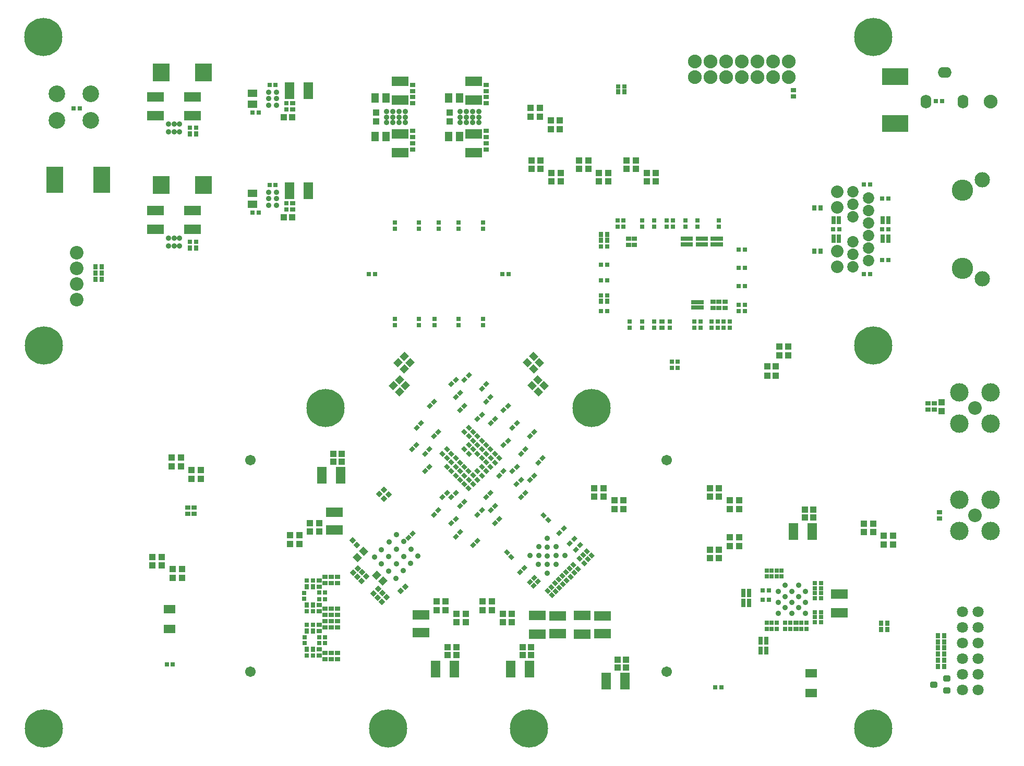
<source format=gbs>
G04 Layer_Color=16711935*
%FSLAX44Y44*%
%MOMM*%
G71*
G01*
G75*
%ADD72C,2.0320*%
%ADD107R,0.8128X0.8032*%
%ADD109R,0.8032X0.7032*%
%ADD110R,1.0032X1.1032*%
%ADD111R,0.7532X0.7032*%
G04:AMPARAMS|DCode=112|XSize=0.8128mm|YSize=0.8032mm|CornerRadius=0mm|HoleSize=0mm|Usage=FLASHONLY|Rotation=135.000|XOffset=0mm|YOffset=0mm|HoleType=Round|Shape=Rectangle|*
%AMROTATEDRECTD112*
4,1,4,0.5713,-0.0034,0.0034,-0.5713,-0.5713,0.0034,-0.0034,0.5713,0.5713,-0.0034,0.0*
%
%ADD112ROTATEDRECTD112*%

%ADD114R,1.1032X1.0032*%
%ADD116R,0.8032X0.8128*%
G04:AMPARAMS|DCode=117|XSize=0.7032mm|YSize=0.8032mm|CornerRadius=0mm|HoleSize=0mm|Usage=FLASHONLY|Rotation=315.000|XOffset=0mm|YOffset=0mm|HoleType=Round|Shape=Rectangle|*
%AMROTATEDRECTD117*
4,1,4,-0.5326,-0.0354,0.0354,0.5326,0.5326,0.0354,-0.0354,-0.5326,-0.5326,-0.0354,0.0*
%
%ADD117ROTATEDRECTD117*%

%ADD122R,1.6032X2.8032*%
%ADD123R,2.8032X1.6032*%
G04:AMPARAMS|DCode=127|XSize=0.8128mm|YSize=0.8032mm|CornerRadius=0mm|HoleSize=0mm|Usage=FLASHONLY|Rotation=45.000|XOffset=0mm|YOffset=0mm|HoleType=Round|Shape=Rectangle|*
%AMROTATEDRECTD127*
4,1,4,-0.0034,-0.5713,-0.5713,-0.0034,0.0034,0.5713,0.5713,0.0034,-0.0034,-0.5713,0.0*
%
%ADD127ROTATEDRECTD127*%

G04:AMPARAMS|DCode=130|XSize=0.7032mm|YSize=0.8032mm|CornerRadius=0mm|HoleSize=0mm|Usage=FLASHONLY|Rotation=225.000|XOffset=0mm|YOffset=0mm|HoleType=Round|Shape=Rectangle|*
%AMROTATEDRECTD130*
4,1,4,-0.0354,0.5326,0.5326,-0.0354,0.0354,-0.5326,-0.5326,0.0354,-0.0354,0.5326,0.0*
%
%ADD130ROTATEDRECTD130*%

%ADD132R,0.7032X0.8032*%
%ADD164C,2.2352*%
%ADD165C,2.7032*%
%ADD167C,2.2032*%
%ADD168C,3.0032*%
%ADD169C,6.2032*%
%ADD170C,0.9032*%
%ADD172C,1.7032*%
%ADD173C,1.8032*%
%ADD175C,2.4892*%
%ADD176C,3.4544*%
%ADD177C,1.8542*%
%ADD178O,1.7272X2.2352*%
%ADD179O,2.2352X1.7272*%
%ADD180R,1.9032X1.4532*%
G04:AMPARAMS|DCode=181|XSize=1.0032mm|YSize=1.2032mm|CornerRadius=0.3016mm|HoleSize=0mm|Usage=FLASHONLY|Rotation=90.000|XOffset=0mm|YOffset=0mm|HoleType=Round|Shape=RoundedRectangle|*
%AMROUNDEDRECTD181*
21,1,1.0032,0.6000,0,0,90.0*
21,1,0.4000,1.2032,0,0,90.0*
1,1,0.6032,0.3000,0.2000*
1,1,0.6032,0.3000,-0.2000*
1,1,0.6032,-0.3000,-0.2000*
1,1,0.6032,-0.3000,0.2000*
%
%ADD181ROUNDEDRECTD181*%
%ADD182R,0.6032X0.7532*%
G04:AMPARAMS|DCode=183|XSize=1.1032mm|YSize=1.0032mm|CornerRadius=0mm|HoleSize=0mm|Usage=FLASHONLY|Rotation=225.000|XOffset=0mm|YOffset=0mm|HoleType=Round|Shape=Rectangle|*
%AMROTATEDRECTD183*
4,1,4,0.0354,0.7447,0.7447,0.0354,-0.0354,-0.7447,-0.7447,-0.0354,0.0354,0.7447,0.0*
%
%ADD183ROTATEDRECTD183*%

G04:AMPARAMS|DCode=184|XSize=1.1032mm|YSize=1.0032mm|CornerRadius=0mm|HoleSize=0mm|Usage=FLASHONLY|Rotation=315.000|XOffset=0mm|YOffset=0mm|HoleType=Round|Shape=Rectangle|*
%AMROTATEDRECTD184*
4,1,4,-0.7447,0.0354,-0.0354,0.7447,0.7447,-0.0354,0.0354,-0.7447,-0.7447,0.0354,0.0*
%
%ADD184ROTATEDRECTD184*%

%ADD185R,2.7032X3.0032*%
%ADD186R,1.6032X1.3032*%
%ADD187R,1.3032X1.6032*%
%ADD188R,2.7032X4.2032*%
%ADD189R,4.2032X2.7032*%
D72*
X1826800Y1410960D02*
D03*
Y1385560D02*
D03*
Y1314440D02*
D03*
Y1289040D02*
D03*
D107*
X1756000Y1565920D02*
D03*
Y1576080D02*
D03*
X985750Y707580D02*
D03*
Y697420D02*
D03*
Y657420D02*
D03*
Y667580D02*
D03*
X995750Y661580D02*
D03*
Y651420D02*
D03*
X1005750Y661580D02*
D03*
Y651420D02*
D03*
X1015750Y661580D02*
D03*
Y651420D02*
D03*
X995750Y713580D02*
D03*
Y703420D02*
D03*
X1005750Y713580D02*
D03*
Y703420D02*
D03*
X1015750Y713580D02*
D03*
Y703420D02*
D03*
X995750Y733580D02*
D03*
Y723420D02*
D03*
X1005750Y733580D02*
D03*
Y723420D02*
D03*
X1015750Y733580D02*
D03*
Y723420D02*
D03*
X995750Y785580D02*
D03*
Y775420D02*
D03*
X1005750Y785580D02*
D03*
Y775420D02*
D03*
X1015750Y785580D02*
D03*
Y775420D02*
D03*
X772710Y897660D02*
D03*
Y887500D02*
D03*
X782710Y897660D02*
D03*
Y887500D02*
D03*
X1759500Y711080D02*
D03*
Y700920D02*
D03*
X1974000Y1067080D02*
D03*
Y1056920D02*
D03*
X1984000Y1067080D02*
D03*
Y1056920D02*
D03*
X1992500Y890080D02*
D03*
Y879920D02*
D03*
X1487750Y1335080D02*
D03*
Y1324920D02*
D03*
X1497750Y1335080D02*
D03*
Y1324920D02*
D03*
X1542500Y1200580D02*
D03*
Y1190420D02*
D03*
X1625000Y1232580D02*
D03*
Y1222420D02*
D03*
X1635000Y1232580D02*
D03*
Y1222420D02*
D03*
X1645000Y1232580D02*
D03*
Y1222420D02*
D03*
X985750Y779580D02*
D03*
Y769420D02*
D03*
Y729420D02*
D03*
Y739580D02*
D03*
X942714Y1382420D02*
D03*
Y1392580D02*
D03*
X1137628Y1479920D02*
D03*
Y1490080D02*
D03*
Y1499920D02*
D03*
Y1510080D02*
D03*
X942714Y1544920D02*
D03*
Y1555080D02*
D03*
X1257048Y1490080D02*
D03*
Y1479920D02*
D03*
Y1499920D02*
D03*
Y1510080D02*
D03*
X1137628Y1585080D02*
D03*
Y1574920D02*
D03*
Y1565080D02*
D03*
Y1554920D02*
D03*
X1257048Y1585080D02*
D03*
Y1574920D02*
D03*
Y1565080D02*
D03*
Y1554920D02*
D03*
D109*
X975750Y657500D02*
D03*
X965750D02*
D03*
X975750Y729500D02*
D03*
X965750D02*
D03*
X995750Y749250D02*
D03*
X985750D02*
D03*
X995750Y759750D02*
D03*
X985750D02*
D03*
X975750Y779500D02*
D03*
X965750D02*
D03*
X597073Y1546298D02*
D03*
X587073D02*
D03*
X1800500Y775000D02*
D03*
X1790500D02*
D03*
X1800500Y767000D02*
D03*
X1790500D02*
D03*
X1800500Y759000D02*
D03*
X1790500D02*
D03*
X1800500Y751000D02*
D03*
X1790500D02*
D03*
X1800500Y728000D02*
D03*
X1790500D02*
D03*
X1800500Y720000D02*
D03*
X1790500D02*
D03*
X1800500Y712000D02*
D03*
X1790500D02*
D03*
X1715500Y748500D02*
D03*
X1705500D02*
D03*
Y763500D02*
D03*
X1715500D02*
D03*
X1638500Y606000D02*
D03*
X1628500D02*
D03*
X1076750Y1277500D02*
D03*
X1066750D02*
D03*
X1293250Y1277500D02*
D03*
X1283250D02*
D03*
X1997000Y1558250D02*
D03*
X1987000D02*
D03*
X1677000Y1217500D02*
D03*
X1667000D02*
D03*
X1677000Y1227500D02*
D03*
X1667000D02*
D03*
X1677000Y1257500D02*
D03*
X1667000D02*
D03*
X1677000Y1287500D02*
D03*
X1667000D02*
D03*
X1677000Y1317500D02*
D03*
X1667000D02*
D03*
X1453000Y1217500D02*
D03*
X1443000D02*
D03*
X1453000Y1242500D02*
D03*
X1443000D02*
D03*
X1453000Y1267500D02*
D03*
X1443000D02*
D03*
X1453000Y1292500D02*
D03*
X1443000D02*
D03*
X1453000Y1322500D02*
D03*
X1443000D02*
D03*
X1910000Y1350000D02*
D03*
X1900000D02*
D03*
X1880000Y1277500D02*
D03*
X1870000D02*
D03*
X1900000Y1300000D02*
D03*
X1910000D02*
D03*
X1880000Y1423000D02*
D03*
X1870000D02*
D03*
X1900000Y1400000D02*
D03*
X1910000D02*
D03*
X1830000Y1350000D02*
D03*
X1820000D02*
D03*
X1481000Y1582500D02*
D03*
X1471000D02*
D03*
X877714Y1377500D02*
D03*
X887714D02*
D03*
X877714Y1540000D02*
D03*
X887714D02*
D03*
X748500Y643000D02*
D03*
X738500D02*
D03*
X975750Y707500D02*
D03*
X965750D02*
D03*
X985750Y687500D02*
D03*
X995750D02*
D03*
X995750Y677500D02*
D03*
X985750D02*
D03*
X775960Y1330000D02*
D03*
X785960D02*
D03*
X915214Y1422500D02*
D03*
X905214D02*
D03*
Y1585000D02*
D03*
X915214D02*
D03*
X775960Y1515000D02*
D03*
X785960D02*
D03*
D110*
X1022693Y985358D02*
D03*
X1008693D02*
D03*
X1022693Y972858D02*
D03*
X1008693D02*
D03*
X1194463Y670858D02*
D03*
X1208463D02*
D03*
X1194463Y658358D02*
D03*
X1208463D02*
D03*
X1330213Y670858D02*
D03*
X1316213D02*
D03*
X1330213Y658358D02*
D03*
X1316213D02*
D03*
X1484213Y650858D02*
D03*
X1470213D02*
D03*
X1484213Y638358D02*
D03*
X1470213D02*
D03*
X1788000Y882000D02*
D03*
X1774000D02*
D03*
X1788000Y894500D02*
D03*
X1774000D02*
D03*
X1747000Y1145000D02*
D03*
X1733000D02*
D03*
X1747000Y1160000D02*
D03*
X1733000D02*
D03*
X1727000Y1112500D02*
D03*
X1713000D02*
D03*
X1727000Y1127500D02*
D03*
X1713000D02*
D03*
X928214Y1370000D02*
D03*
X942214D02*
D03*
X928214Y1532500D02*
D03*
X942214D02*
D03*
D111*
X1683750Y762200D02*
D03*
Y755800D02*
D03*
X1674750Y762200D02*
D03*
Y755800D02*
D03*
X1683750Y746200D02*
D03*
Y739800D02*
D03*
X1674750Y746200D02*
D03*
Y739800D02*
D03*
X1711700Y684950D02*
D03*
Y678550D02*
D03*
X1702700Y684950D02*
D03*
Y678550D02*
D03*
X1711700Y662300D02*
D03*
X1702700D02*
D03*
X1711700Y668700D02*
D03*
X1702700D02*
D03*
X1909500Y1338200D02*
D03*
Y1331800D02*
D03*
X1900500Y1338200D02*
D03*
Y1331800D02*
D03*
X1909500Y1368200D02*
D03*
Y1361800D02*
D03*
X1900500Y1368200D02*
D03*
Y1361800D02*
D03*
X1829500Y1368200D02*
D03*
Y1361800D02*
D03*
X1820500Y1368200D02*
D03*
Y1361800D02*
D03*
X1829500Y1338200D02*
D03*
Y1331800D02*
D03*
X1820500Y1338200D02*
D03*
Y1331800D02*
D03*
D112*
X1088342Y759092D02*
D03*
X1081158Y751908D02*
D03*
X1081592Y765842D02*
D03*
X1074408Y758658D02*
D03*
X1095092Y752342D02*
D03*
X1087908Y745158D02*
D03*
X1055092Y792842D02*
D03*
X1047908Y785658D02*
D03*
X1061842Y786092D02*
D03*
X1054658Y778908D02*
D03*
X1048342Y799342D02*
D03*
X1041158Y792158D02*
D03*
X1098591Y919187D02*
D03*
X1091407Y912003D02*
D03*
X1090813Y926966D02*
D03*
X1083629Y919781D02*
D03*
X1118408Y762408D02*
D03*
X1125592Y769592D02*
D03*
D114*
X746500Y979000D02*
D03*
Y965000D02*
D03*
X761500Y979000D02*
D03*
Y965000D02*
D03*
X779000Y959000D02*
D03*
Y945000D02*
D03*
X794000Y959000D02*
D03*
Y945000D02*
D03*
X715500Y817750D02*
D03*
Y803750D02*
D03*
X730500Y817750D02*
D03*
Y803750D02*
D03*
X748000Y797750D02*
D03*
Y783750D02*
D03*
X763000Y797750D02*
D03*
Y783750D02*
D03*
X938713Y852858D02*
D03*
Y838858D02*
D03*
X953713Y852858D02*
D03*
Y838858D02*
D03*
X971213Y872858D02*
D03*
Y858858D02*
D03*
X986213Y872858D02*
D03*
Y858858D02*
D03*
X1176213Y745358D02*
D03*
Y731358D02*
D03*
X1191213Y745358D02*
D03*
Y731358D02*
D03*
X1208713Y725358D02*
D03*
Y711358D02*
D03*
X1223713Y725358D02*
D03*
Y711358D02*
D03*
X1251213Y745358D02*
D03*
Y731358D02*
D03*
X1266213Y745358D02*
D03*
Y731358D02*
D03*
X1283713Y725358D02*
D03*
Y711358D02*
D03*
X1298713Y725358D02*
D03*
Y711358D02*
D03*
X1432500Y929500D02*
D03*
Y915500D02*
D03*
X1447500Y929500D02*
D03*
Y915500D02*
D03*
X1465000Y909500D02*
D03*
Y895500D02*
D03*
X1480000Y909500D02*
D03*
Y895500D02*
D03*
X1620000Y829500D02*
D03*
Y815500D02*
D03*
X1635000Y829500D02*
D03*
Y815500D02*
D03*
X1652500Y849500D02*
D03*
Y835500D02*
D03*
X1667500Y849500D02*
D03*
Y835500D02*
D03*
X1620000Y929500D02*
D03*
Y915500D02*
D03*
X1635000Y929500D02*
D03*
Y915500D02*
D03*
X1652500Y909500D02*
D03*
Y895500D02*
D03*
X1667500Y909500D02*
D03*
Y895500D02*
D03*
X1870000Y872000D02*
D03*
Y858000D02*
D03*
X1885000Y872000D02*
D03*
Y858000D02*
D03*
X1902500Y852000D02*
D03*
Y838000D02*
D03*
X1917500Y852000D02*
D03*
Y838000D02*
D03*
X1329250Y1547000D02*
D03*
Y1533000D02*
D03*
X1344250Y1547000D02*
D03*
Y1533000D02*
D03*
X1361750Y1527000D02*
D03*
Y1513000D02*
D03*
X1376750Y1527000D02*
D03*
Y1513000D02*
D03*
X1330250Y1462000D02*
D03*
Y1448000D02*
D03*
X1345250Y1462000D02*
D03*
Y1448000D02*
D03*
X1362750Y1442000D02*
D03*
Y1428000D02*
D03*
X1377750Y1442000D02*
D03*
Y1428000D02*
D03*
X1407750Y1462000D02*
D03*
Y1448000D02*
D03*
X1422750Y1462000D02*
D03*
Y1448000D02*
D03*
X1440250Y1442000D02*
D03*
Y1428000D02*
D03*
X1455250Y1442000D02*
D03*
Y1428000D02*
D03*
X1485000Y1462000D02*
D03*
Y1448000D02*
D03*
X1500000Y1462000D02*
D03*
Y1448000D02*
D03*
X1517500Y1442000D02*
D03*
Y1428000D02*
D03*
X1532500Y1442000D02*
D03*
Y1428000D02*
D03*
X1996000Y1069000D02*
D03*
Y1055000D02*
D03*
X1078048Y1525500D02*
D03*
Y1539500D02*
D03*
X1197750Y1539500D02*
D03*
Y1525500D02*
D03*
D116*
X632580Y1289000D02*
D03*
X622420D02*
D03*
X1989920Y690000D02*
D03*
X2000080D02*
D03*
Y680000D02*
D03*
X1989920D02*
D03*
X975830Y667500D02*
D03*
X965670D02*
D03*
X975830Y769500D02*
D03*
X965670D02*
D03*
X975830Y739500D02*
D03*
X965670D02*
D03*
X632580Y1278747D02*
D03*
X622420D02*
D03*
X632580Y1268747D02*
D03*
X622420D02*
D03*
X1453080Y1233000D02*
D03*
X1442920D02*
D03*
X1453080Y1332000D02*
D03*
X1442920D02*
D03*
X1453080Y1342000D02*
D03*
X1442920D02*
D03*
X1800080Y1385000D02*
D03*
X1789920D02*
D03*
X1800080Y1315000D02*
D03*
X1789920D02*
D03*
X1481080Y1573500D02*
D03*
X1470920D02*
D03*
X2000080Y670000D02*
D03*
X1989920D02*
D03*
X2000080Y660000D02*
D03*
X1989920D02*
D03*
X975830Y697500D02*
D03*
X965670D02*
D03*
X786040Y1320000D02*
D03*
X775880D02*
D03*
X786040Y1505000D02*
D03*
X775880D02*
D03*
X1897920Y700000D02*
D03*
X1908080D02*
D03*
Y710000D02*
D03*
X1897920D02*
D03*
X1989920Y650000D02*
D03*
X2000080D02*
D03*
X1989920Y640000D02*
D03*
X2000080D02*
D03*
D117*
X1409749Y836893D02*
D03*
X1402678Y829822D02*
D03*
X1392678Y839822D02*
D03*
X1399749Y846893D02*
D03*
X1375678Y856822D02*
D03*
X1382749Y863893D02*
D03*
X1340749Y777893D02*
D03*
X1333678Y770822D02*
D03*
X1334749Y783893D02*
D03*
X1327678Y776822D02*
D03*
X1318749Y799893D02*
D03*
X1311678Y792822D02*
D03*
X1228785Y1112797D02*
D03*
X1221714Y1105726D02*
D03*
X1200464Y1098714D02*
D03*
X1207536Y1105786D02*
D03*
X1172286Y1070285D02*
D03*
X1165214Y1063214D02*
D03*
X1143964Y1027964D02*
D03*
X1151036Y1035035D02*
D03*
X1257036Y1098536D02*
D03*
X1249965Y1091464D02*
D03*
X1214464Y1055964D02*
D03*
X1221536Y1063036D02*
D03*
X1256964Y1070214D02*
D03*
X1264035Y1077286D02*
D03*
X1285215Y1055964D02*
D03*
X1292286Y1063036D02*
D03*
X1264214Y1034965D02*
D03*
X1271285Y1042036D02*
D03*
X1242714Y1041964D02*
D03*
X1249786Y1049035D02*
D03*
X1306535Y1035035D02*
D03*
X1299465Y1027964D02*
D03*
X1334749Y1020786D02*
D03*
X1327678Y1013715D02*
D03*
X1348786Y978286D02*
D03*
X1341714Y971215D02*
D03*
X1320786Y992536D02*
D03*
X1313714Y985464D02*
D03*
X1334749Y950036D02*
D03*
X1327678Y942964D02*
D03*
X1320786Y921786D02*
D03*
X1313714Y914715D02*
D03*
X1313535Y943036D02*
D03*
X1306464Y935965D02*
D03*
X1306535Y964286D02*
D03*
X1299465Y957215D02*
D03*
X1285285Y957036D02*
D03*
X1278214Y949965D02*
D03*
X1278286Y879286D02*
D03*
X1271215Y872215D02*
D03*
X1235714Y836964D02*
D03*
X1242786Y844035D02*
D03*
X1264214Y893465D02*
D03*
X1271285Y900536D02*
D03*
X1264035Y921786D02*
D03*
X1256964Y914715D02*
D03*
X1249786Y893536D02*
D03*
X1242714Y886464D02*
D03*
X1207465Y850964D02*
D03*
X1214536Y858036D02*
D03*
X1207535Y879286D02*
D03*
X1200464Y872215D02*
D03*
X1179286Y893536D02*
D03*
X1172214Y886464D02*
D03*
X1221535Y907535D02*
D03*
X1214464Y900464D02*
D03*
X1207535Y921786D02*
D03*
X1200464Y914715D02*
D03*
X1193286Y921786D02*
D03*
X1186214Y914715D02*
D03*
X1165035Y964286D02*
D03*
X1157964Y957215D02*
D03*
X1157964Y985464D02*
D03*
X1165035Y992535D02*
D03*
X1136714Y992465D02*
D03*
X1143785Y999536D02*
D03*
X1292285Y1006536D02*
D03*
X1285214Y999464D02*
D03*
X1214536Y1084286D02*
D03*
X1207464Y1077215D02*
D03*
X1130714Y848964D02*
D03*
X1137785Y856036D02*
D03*
X1172215Y1013714D02*
D03*
X1179286Y1020786D02*
D03*
D122*
X1020953Y950358D02*
D03*
X990473D02*
D03*
X1204953Y635858D02*
D03*
X1174473D02*
D03*
X1327453Y635858D02*
D03*
X1296973D02*
D03*
X1482453Y615858D02*
D03*
X1451973D02*
D03*
X1755760Y859500D02*
D03*
X1786240D02*
D03*
X967954Y1412500D02*
D03*
X937474D02*
D03*
X967954Y1575000D02*
D03*
X937474D02*
D03*
D123*
X1445499Y692768D02*
D03*
Y721724D02*
D03*
X1412999Y722740D02*
D03*
Y692260D02*
D03*
X1372749Y692768D02*
D03*
Y721724D02*
D03*
X1340249Y722740D02*
D03*
Y692260D02*
D03*
X1010750Y890482D02*
D03*
Y861526D02*
D03*
X1151000Y723376D02*
D03*
Y694420D02*
D03*
X1830000Y757240D02*
D03*
Y726760D02*
D03*
X780000Y1349760D02*
D03*
Y1380240D02*
D03*
X720000Y1349760D02*
D03*
Y1380240D02*
D03*
X1117628Y1474760D02*
D03*
Y1505240D02*
D03*
Y1590240D02*
D03*
Y1559760D02*
D03*
X1237048Y1590240D02*
D03*
Y1559760D02*
D03*
Y1474760D02*
D03*
Y1505240D02*
D03*
X780000Y1534760D02*
D03*
Y1565240D02*
D03*
X720000Y1534760D02*
D03*
Y1565240D02*
D03*
D127*
X1039908Y844342D02*
D03*
X1047092Y837158D02*
D03*
D130*
X1420678Y826893D02*
D03*
X1427749Y819822D02*
D03*
X1421749Y813822D02*
D03*
X1414678Y820893D02*
D03*
X1415749Y807822D02*
D03*
X1408678Y814893D02*
D03*
X1405749Y797822D02*
D03*
X1398678Y804893D02*
D03*
X1399749Y791822D02*
D03*
X1392678Y798893D02*
D03*
X1393749Y785822D02*
D03*
X1386678Y792893D02*
D03*
X1387749Y779822D02*
D03*
X1380678Y786893D02*
D03*
X1381749Y773822D02*
D03*
X1374678Y780893D02*
D03*
X1375749Y767822D02*
D03*
X1368678Y774893D02*
D03*
X1369749Y761822D02*
D03*
X1362678Y768893D02*
D03*
X1363749Y755822D02*
D03*
X1356678Y762893D02*
D03*
X1357536Y877964D02*
D03*
X1350464Y885035D02*
D03*
X1297536Y817964D02*
D03*
X1290464Y825035D02*
D03*
X1228536Y928964D02*
D03*
X1221464Y936036D02*
D03*
X1228715Y943036D02*
D03*
X1235786Y935964D02*
D03*
X1242786Y943214D02*
D03*
X1235714Y950286D02*
D03*
X1242714Y957036D02*
D03*
X1249786Y949964D02*
D03*
X1257036Y957215D02*
D03*
X1249965Y964286D02*
D03*
X1256964Y971285D02*
D03*
X1264035Y964214D02*
D03*
X1264214Y978286D02*
D03*
X1271285Y971215D02*
D03*
X1278286Y978465D02*
D03*
X1271215Y985536D02*
D03*
X1207464Y950035D02*
D03*
X1214536Y942964D02*
D03*
X1221535Y949965D02*
D03*
X1214464Y957036D02*
D03*
X1228536Y957215D02*
D03*
X1221464Y964286D02*
D03*
X1242714Y985536D02*
D03*
X1249786Y978465D02*
D03*
X1249965Y992535D02*
D03*
X1257036Y985464D02*
D03*
X1264035Y992465D02*
D03*
X1256964Y999536D02*
D03*
X1207535Y964214D02*
D03*
X1200464Y971286D02*
D03*
X1214536Y971215D02*
D03*
X1207465Y978286D02*
D03*
X1228786Y985464D02*
D03*
X1221714Y992536D02*
D03*
X1228715Y999536D02*
D03*
X1235786Y992465D02*
D03*
X1235714Y1006535D02*
D03*
X1242785Y999464D02*
D03*
X1249786Y1006714D02*
D03*
X1242714Y1013786D02*
D03*
X1193286Y978214D02*
D03*
X1186215Y985286D02*
D03*
X1193214Y964286D02*
D03*
X1200285Y957214D02*
D03*
X1200286Y985464D02*
D03*
X1193214Y992536D02*
D03*
X1221714Y1020786D02*
D03*
X1228785Y1013715D02*
D03*
X1235786Y1020714D02*
D03*
X1228715Y1027786D02*
D03*
D132*
X961750Y759500D02*
D03*
Y749500D02*
D03*
X1712500Y711000D02*
D03*
Y701000D02*
D03*
X1720500Y711000D02*
D03*
Y701000D02*
D03*
X1728500Y711000D02*
D03*
Y701000D02*
D03*
X1742500Y711000D02*
D03*
Y701000D02*
D03*
X1750500Y711000D02*
D03*
Y701000D02*
D03*
X1768500Y711000D02*
D03*
Y701000D02*
D03*
X1776500Y711000D02*
D03*
Y701000D02*
D03*
X1712500Y796000D02*
D03*
Y786000D02*
D03*
X1720500Y796000D02*
D03*
Y786000D02*
D03*
X1728500Y796000D02*
D03*
Y786000D02*
D03*
X1736500Y796000D02*
D03*
Y786000D02*
D03*
X1108500Y1204250D02*
D03*
Y1194250D02*
D03*
X1147500Y1204250D02*
D03*
Y1194250D02*
D03*
X1173500Y1204250D02*
D03*
Y1194250D02*
D03*
X1212500Y1204250D02*
D03*
Y1194250D02*
D03*
X1251500Y1204250D02*
D03*
Y1194250D02*
D03*
X1108500Y1360750D02*
D03*
Y1350750D02*
D03*
X1147500Y1360750D02*
D03*
Y1350750D02*
D03*
X1180000Y1360750D02*
D03*
Y1350750D02*
D03*
X1212500Y1360750D02*
D03*
Y1350750D02*
D03*
X1251500Y1360750D02*
D03*
Y1350750D02*
D03*
X1557999Y1135000D02*
D03*
Y1125000D02*
D03*
X1567999Y1135000D02*
D03*
Y1125000D02*
D03*
X1490000Y1200500D02*
D03*
Y1190500D02*
D03*
X1510000Y1200500D02*
D03*
Y1190500D02*
D03*
X1530000Y1200500D02*
D03*
Y1190500D02*
D03*
X1555000Y1200500D02*
D03*
Y1190500D02*
D03*
X1595000Y1200500D02*
D03*
Y1190500D02*
D03*
X1604750Y1200500D02*
D03*
Y1190500D02*
D03*
X1622500Y1200500D02*
D03*
Y1190500D02*
D03*
X1632500Y1190500D02*
D03*
Y1200500D02*
D03*
X1642500Y1190500D02*
D03*
Y1200500D02*
D03*
X1652500D02*
D03*
Y1190500D02*
D03*
X1470000Y1364500D02*
D03*
Y1354500D02*
D03*
X1480000Y1364500D02*
D03*
Y1354500D02*
D03*
X1510000Y1364500D02*
D03*
Y1354500D02*
D03*
X1530000Y1364500D02*
D03*
Y1354500D02*
D03*
X1550000Y1364500D02*
D03*
Y1354500D02*
D03*
X1560000Y1364500D02*
D03*
Y1354500D02*
D03*
X1580000Y1364500D02*
D03*
Y1354500D02*
D03*
X1600000Y1364500D02*
D03*
Y1354500D02*
D03*
X1635000Y1364500D02*
D03*
Y1354500D02*
D03*
X932714Y1392500D02*
D03*
Y1382500D02*
D03*
X962000Y677500D02*
D03*
Y687500D02*
D03*
X932714Y1555000D02*
D03*
Y1545000D02*
D03*
D164*
X1595300Y1597100D02*
D03*
Y1622500D02*
D03*
X1620700Y1597100D02*
D03*
Y1622500D02*
D03*
X1646100D02*
D03*
X1671500D02*
D03*
X1696900D02*
D03*
X1722300D02*
D03*
X1747700D02*
D03*
X1646100Y1597100D02*
D03*
X1671500D02*
D03*
X1696900D02*
D03*
X1722300D02*
D03*
X1747700D02*
D03*
X2076000Y1558000D02*
D03*
D165*
X615000Y1527500D02*
D03*
X560000D02*
D03*
Y1570000D02*
D03*
X615000D02*
D03*
D167*
X2050000Y1060000D02*
D03*
Y885000D02*
D03*
X592000Y1311847D02*
D03*
Y1286447D02*
D03*
Y1261047D02*
D03*
Y1235647D02*
D03*
D168*
X2024600Y1085400D02*
D03*
Y1034600D02*
D03*
X2075400D02*
D03*
Y1085400D02*
D03*
X2024600Y910400D02*
D03*
Y859600D02*
D03*
X2075400D02*
D03*
Y910400D02*
D03*
D169*
X538480Y1662430D02*
D03*
X1885200D02*
D03*
X1428000Y1059700D02*
D03*
X1885200Y1161300D02*
D03*
X1884946Y538746D02*
D03*
X1326400Y539000D02*
D03*
X1097800D02*
D03*
X539000D02*
D03*
Y1161300D02*
D03*
X996200Y1059700D02*
D03*
D170*
X1775390Y762110D02*
D03*
X1110282Y783245D02*
D03*
X1356213Y819358D02*
D03*
X741590Y1520990D02*
D03*
X750480D02*
D03*
X1115208Y1532500D02*
D03*
X1115208Y1541390D02*
D03*
Y1523610D02*
D03*
X1125368Y1541390D02*
D03*
Y1532500D02*
D03*
Y1523610D02*
D03*
X1094888D02*
D03*
Y1532500D02*
D03*
Y1541390D02*
D03*
X1105048Y1523610D02*
D03*
Y1541390D02*
D03*
X1105048Y1532500D02*
D03*
X1753500Y726110D02*
D03*
X1731500D02*
D03*
X1764500Y735110D02*
D03*
X1742500D02*
D03*
X1753500Y744110D02*
D03*
X1731500D02*
D03*
X1764500Y753110D02*
D03*
X1742500D02*
D03*
X1753500Y762110D02*
D03*
X1731500D02*
D03*
X1775390Y744110D02*
D03*
Y726110D02*
D03*
X1742500Y772000D02*
D03*
X1764500D02*
D03*
X750480Y1508290D02*
D03*
X759370D02*
D03*
X741590D02*
D03*
X759370Y1520990D02*
D03*
X1234628Y1532500D02*
D03*
Y1541390D02*
D03*
Y1523610D02*
D03*
X1244788Y1541390D02*
D03*
Y1532500D02*
D03*
Y1523610D02*
D03*
X1214308D02*
D03*
Y1532500D02*
D03*
Y1541390D02*
D03*
X1224468Y1523610D02*
D03*
Y1541390D02*
D03*
Y1532500D02*
D03*
X904214Y1573000D02*
D03*
X916214D02*
D03*
X904214Y1562500D02*
D03*
X916214D02*
D03*
X904214Y1552000D02*
D03*
X916214D02*
D03*
X741590Y1335990D02*
D03*
X750480D02*
D03*
X759370D02*
D03*
X741590Y1323290D02*
D03*
X759370D02*
D03*
X750480D02*
D03*
X904214Y1410500D02*
D03*
X916214D02*
D03*
X904214Y1400000D02*
D03*
X916214D02*
D03*
X904214Y1389500D02*
D03*
X916214D02*
D03*
X1146344Y819308D02*
D03*
X1134323Y807287D02*
D03*
X1135031Y830621D02*
D03*
X1123010Y818600D02*
D03*
X1122303Y795266D02*
D03*
X1098968Y794559D02*
D03*
X1110989Y806580D02*
D03*
X1123010Y842642D02*
D03*
X1111696Y853956D02*
D03*
X1099675Y841935D02*
D03*
X1086947Y806580D02*
D03*
X1075633Y817893D02*
D03*
X1086947Y829207D02*
D03*
X1098968Y818600D02*
D03*
X1110989Y830621D02*
D03*
X1327752Y819888D02*
D03*
X1342248Y834384D02*
D03*
X1356213Y848349D02*
D03*
X1342248Y819888D02*
D03*
X1356213Y833854D02*
D03*
X1341718Y805923D02*
D03*
X1370179Y834384D02*
D03*
X1356213Y805923D02*
D03*
X1370179Y819888D02*
D03*
X1356213Y791427D02*
D03*
X1370709Y805923D02*
D03*
X1384674Y819888D02*
D03*
D172*
X874280Y975118D02*
D03*
Y631202D02*
D03*
X1549920Y975118D02*
D03*
Y631202D02*
D03*
D173*
X2055100Y652700D02*
D03*
X2029700D02*
D03*
Y678100D02*
D03*
X2055100D02*
D03*
Y703500D02*
D03*
X2029700D02*
D03*
Y728900D02*
D03*
X2055100D02*
D03*
Y601900D02*
D03*
X2029700D02*
D03*
Y627300D02*
D03*
X2055100D02*
D03*
D175*
X2061750Y1269355D02*
D03*
Y1430645D02*
D03*
D176*
X2030000Y1413500D02*
D03*
Y1286500D02*
D03*
D177*
X1877600Y1400800D02*
D03*
Y1380480D02*
D03*
Y1360160D02*
D03*
Y1339840D02*
D03*
Y1319520D02*
D03*
Y1299200D02*
D03*
X1852200Y1410960D02*
D03*
Y1390640D02*
D03*
Y1370320D02*
D03*
Y1329680D02*
D03*
Y1309360D02*
D03*
Y1289040D02*
D03*
D178*
X2031000Y1558000D02*
D03*
X1971000D02*
D03*
D179*
X2001000Y1605000D02*
D03*
D180*
X742739Y701000D02*
D03*
Y733000D02*
D03*
X1784755Y628750D02*
D03*
Y596750D02*
D03*
D181*
X2005000Y620000D02*
D03*
Y601000D02*
D03*
X1983000Y610500D02*
D03*
D182*
X1607500Y1232000D02*
D03*
X1597500D02*
D03*
X1602500D02*
D03*
Y1223000D02*
D03*
X1607500D02*
D03*
X1597500D02*
D03*
X1592500Y1232000D02*
D03*
Y1223000D02*
D03*
X1590000Y1334500D02*
D03*
X1580000D02*
D03*
X1585000D02*
D03*
Y1325500D02*
D03*
X1590000D02*
D03*
X1580000D02*
D03*
X1575000Y1334500D02*
D03*
Y1325500D02*
D03*
X1614500Y1334500D02*
D03*
X1604500D02*
D03*
X1609500D02*
D03*
Y1325500D02*
D03*
X1614500D02*
D03*
X1604500D02*
D03*
X1599500Y1334500D02*
D03*
Y1325500D02*
D03*
X1639000Y1334500D02*
D03*
X1629000D02*
D03*
X1634000D02*
D03*
Y1325500D02*
D03*
X1639000D02*
D03*
X1629000D02*
D03*
X1624000Y1334500D02*
D03*
Y1325500D02*
D03*
D183*
X1079300Y788200D02*
D03*
X1089200Y778300D02*
D03*
X1106263Y1095808D02*
D03*
X1116163Y1085908D02*
D03*
X1116264Y1105807D02*
D03*
X1126163Y1095908D02*
D03*
X1123663Y1123408D02*
D03*
X1113763Y1133308D02*
D03*
X1133663Y1133408D02*
D03*
X1123763Y1143308D02*
D03*
D184*
X1048050Y817050D02*
D03*
X1057950Y826950D02*
D03*
X1351163Y1095808D02*
D03*
X1341263Y1085908D02*
D03*
X1341163Y1105808D02*
D03*
X1331263Y1095908D02*
D03*
X1333763Y1123408D02*
D03*
X1343663Y1133308D02*
D03*
X1323763Y1133408D02*
D03*
X1333663Y1143308D02*
D03*
D185*
X798290Y1422500D02*
D03*
X729710D02*
D03*
X798290Y1605000D02*
D03*
X729710D02*
D03*
D186*
X877500Y1408890D02*
D03*
Y1391110D02*
D03*
X877500Y1553610D02*
D03*
Y1571390D02*
D03*
D187*
X1076348Y1501000D02*
D03*
X1094128D02*
D03*
X1076348Y1563920D02*
D03*
X1094128D02*
D03*
X1195768Y1563920D02*
D03*
X1213548D02*
D03*
X1213548Y1501000D02*
D03*
X1195768D02*
D03*
D188*
X556900Y1431000D02*
D03*
X633100D02*
D03*
D189*
X1921000Y1598100D02*
D03*
Y1521900D02*
D03*
M02*

</source>
